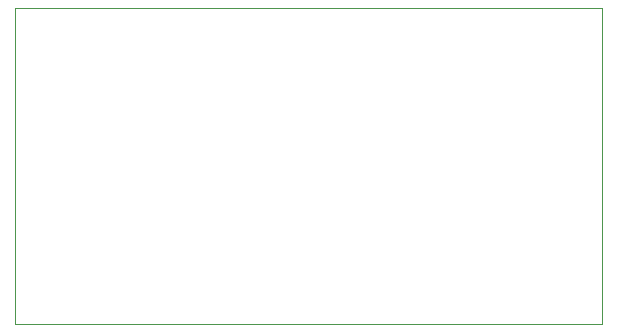
<source format=gbo>
G04 Layer_Color=32896*
%FSLAX25Y25*%
%MOIN*%
G70*
G01*
G75*
%ADD22C,0.00394*%
D22*
X0Y0D02*
Y16000D01*
Y0D02*
X195500D01*
Y105500D01*
X0D02*
X195500D01*
X0Y16000D02*
Y105500D01*
M02*

</source>
